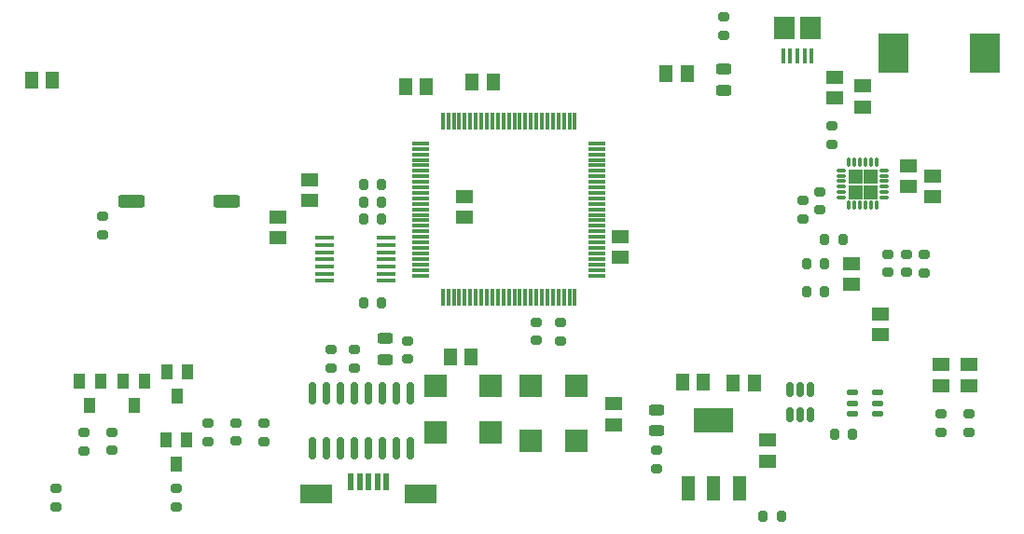
<source format=gbr>
%TF.GenerationSoftware,KiCad,Pcbnew,9.0.3*%
%TF.CreationDate,2025-12-03T20:13:16+05:30*%
%TF.ProjectId,cpm_vehicle_pcb,63706d5f-7665-4686-9963-6c655f706362,rev?*%
%TF.SameCoordinates,Original*%
%TF.FileFunction,Paste,Top*%
%TF.FilePolarity,Positive*%
%FSLAX46Y46*%
G04 Gerber Fmt 4.6, Leading zero omitted, Abs format (unit mm)*
G04 Created by KiCad (PCBNEW 9.0.3) date 2025-12-03 20:13:16*
%MOMM*%
%LPD*%
G01*
G04 APERTURE LIST*
G04 Aperture macros list*
%AMRoundRect*
0 Rectangle with rounded corners*
0 $1 Rounding radius*
0 $2 $3 $4 $5 $6 $7 $8 $9 X,Y pos of 4 corners*
0 Add a 4 corners polygon primitive as box body*
4,1,4,$2,$3,$4,$5,$6,$7,$8,$9,$2,$3,0*
0 Add four circle primitives for the rounded corners*
1,1,$1+$1,$2,$3*
1,1,$1+$1,$4,$5*
1,1,$1+$1,$6,$7*
1,1,$1+$1,$8,$9*
0 Add four rect primitives between the rounded corners*
20,1,$1+$1,$2,$3,$4,$5,0*
20,1,$1+$1,$4,$5,$6,$7,0*
20,1,$1+$1,$6,$7,$8,$9,0*
20,1,$1+$1,$8,$9,$2,$3,0*%
G04 Aperture macros list end*
%ADD10C,0.010000*%
%ADD11RoundRect,0.200000X-0.275000X0.200000X-0.275000X-0.200000X0.275000X-0.200000X0.275000X0.200000X0*%
%ADD12RoundRect,0.200000X0.200000X0.275000X-0.200000X0.275000X-0.200000X-0.275000X0.200000X-0.275000X0*%
%ADD13RoundRect,0.250000X-0.970000X-0.310000X0.970000X-0.310000X0.970000X0.310000X-0.970000X0.310000X0*%
%ADD14RoundRect,0.200000X0.275000X-0.200000X0.275000X0.200000X-0.275000X0.200000X-0.275000X-0.200000X0*%
%ADD15R,1.500000X1.300000*%
%ADD16R,1.000000X1.400000*%
%ADD17RoundRect,0.200000X-0.200000X-0.275000X0.200000X-0.275000X0.200000X0.275000X-0.200000X0.275000X0*%
%ADD18R,1.500000X0.350000*%
%ADD19R,0.350000X1.500000*%
%ADD20RoundRect,0.243750X0.456250X-0.243750X0.456250X0.243750X-0.456250X0.243750X-0.456250X-0.243750X0*%
%ADD21R,1.300000X1.500000*%
%ADD22RoundRect,0.243750X-0.456250X0.243750X-0.456250X-0.243750X0.456250X-0.243750X0.456250X0.243750X0*%
%ADD23R,0.400000X1.400000*%
%ADD24R,1.900000X2.000000*%
%ADD25R,2.000000X2.000000*%
%ADD26R,1.676400X0.355600*%
%ADD27R,1.219200X2.235200*%
%ADD28R,3.600000X2.200000*%
%ADD29RoundRect,0.150000X-0.150000X0.512500X-0.150000X-0.512500X0.150000X-0.512500X0.150000X0.512500X0*%
%ADD30R,0.500000X1.500000*%
%ADD31R,3.000000X1.800000*%
%ADD32RoundRect,0.032500X-0.377500X-0.097500X0.377500X-0.097500X0.377500X0.097500X-0.377500X0.097500X0*%
%ADD33RoundRect,0.032500X-0.097500X-0.377500X0.097500X-0.377500X0.097500X0.377500X-0.097500X0.377500X0*%
%ADD34RoundRect,0.150000X0.150000X-0.825000X0.150000X0.825000X-0.150000X0.825000X-0.150000X-0.825000X0*%
%ADD35R,2.700000X3.600000*%
%ADD36RoundRect,0.132500X-0.402500X0.132500X-0.402500X-0.132500X0.402500X-0.132500X0.402500X0.132500X0*%
G04 APERTURE END LIST*
D10*
%TO.C,U2*%
X173210000Y-59790000D02*
X172022000Y-59790000D01*
X172022000Y-58602000D01*
X173210000Y-58602000D01*
X173210000Y-59790000D01*
G36*
X173210000Y-59790000D02*
G01*
X172022000Y-59790000D01*
X172022000Y-58602000D01*
X173210000Y-58602000D01*
X173210000Y-59790000D01*
G37*
X173210000Y-61178000D02*
X172022000Y-61178000D01*
X172022000Y-59990000D01*
X173210000Y-59990000D01*
X173210000Y-61178000D01*
G36*
X173210000Y-61178000D02*
G01*
X172022000Y-61178000D01*
X172022000Y-59990000D01*
X173210000Y-59990000D01*
X173210000Y-61178000D01*
G37*
X174598000Y-59790000D02*
X173410000Y-59790000D01*
X173410000Y-58602000D01*
X174598000Y-58602000D01*
X174598000Y-59790000D01*
G36*
X174598000Y-59790000D02*
G01*
X173410000Y-59790000D01*
X173410000Y-58602000D01*
X174598000Y-58602000D01*
X174598000Y-59790000D01*
G37*
X174598000Y-61178000D02*
X173410000Y-61178000D01*
X173410000Y-59990000D01*
X174598000Y-59990000D01*
X174598000Y-61178000D01*
G36*
X174598000Y-61178000D02*
G01*
X173410000Y-61178000D01*
X173410000Y-59990000D01*
X174598000Y-59990000D01*
X174598000Y-61178000D01*
G37*
%TD*%
D11*
%TO.C,R2*%
X116450000Y-81610000D03*
X116450000Y-83260000D03*
%TD*%
D12*
%TO.C,R29*%
X171505000Y-64940000D03*
X169855000Y-64940000D03*
%TD*%
D13*
%TO.C,SW1*%
X106945000Y-61500000D03*
X115555000Y-61500000D03*
%TD*%
D11*
%TO.C,R3o1*%
X113910000Y-81630000D03*
X113910000Y-83280000D03*
%TD*%
D14*
%TO.C,R22*%
X177310000Y-67935000D03*
X177310000Y-66285000D03*
%TD*%
D15*
%TO.C,C9*%
X180440000Y-78210000D03*
X180440000Y-76310000D03*
%TD*%
%TO.C,C56*%
X137170000Y-61020000D03*
X137170000Y-62920000D03*
%TD*%
D16*
%TO.C,Q12*%
X104110000Y-77815000D03*
X102210000Y-77815000D03*
X103160000Y-80015000D03*
%TD*%
D11*
%TO.C,R4*%
X143720000Y-72445000D03*
X143720000Y-74095000D03*
%TD*%
D17*
%TO.C,R8*%
X164275000Y-90060000D03*
X165925000Y-90060000D03*
%TD*%
D14*
%TO.C,R26*%
X127170000Y-76595000D03*
X127170000Y-74945000D03*
%TD*%
%TO.C,R5*%
X167920000Y-63065000D03*
X167920000Y-61415000D03*
%TD*%
D15*
%TO.C,C55*%
X151330000Y-64680000D03*
X151330000Y-66580000D03*
%TD*%
D11*
%TO.C,R15*%
X111000000Y-87545000D03*
X111000000Y-89195000D03*
%TD*%
D18*
%TO.C,IC1*%
X133200000Y-56200000D03*
X133200000Y-56700000D03*
X133200000Y-57200000D03*
X133200000Y-57700000D03*
X133200000Y-58200000D03*
X133200000Y-58700000D03*
X133200000Y-59200000D03*
X133200000Y-59700000D03*
X133200000Y-60200000D03*
X133200000Y-60700000D03*
X133200000Y-61200000D03*
X133200000Y-61700000D03*
X133200000Y-62200000D03*
X133200000Y-62700000D03*
X133200000Y-63200000D03*
X133200000Y-63700000D03*
X133200000Y-64200000D03*
X133200000Y-64700000D03*
X133200000Y-65200000D03*
X133200000Y-65700000D03*
X133200000Y-66200000D03*
X133200000Y-66700000D03*
X133200000Y-67200000D03*
X133200000Y-67700000D03*
X133200000Y-68200000D03*
D19*
X135200000Y-70200000D03*
X135700000Y-70200000D03*
X136200000Y-70200000D03*
X136700000Y-70200000D03*
X137200000Y-70200000D03*
X137700000Y-70200000D03*
X138200000Y-70200000D03*
X138700000Y-70200000D03*
X139200000Y-70200000D03*
X139700000Y-70200000D03*
X140200000Y-70200000D03*
X140700000Y-70200000D03*
X141200000Y-70200000D03*
X141700000Y-70200000D03*
X142200000Y-70200000D03*
X142700000Y-70200000D03*
X143200000Y-70200000D03*
X143700000Y-70200000D03*
X144200000Y-70200000D03*
X144700000Y-70200000D03*
X145200000Y-70200000D03*
X145700000Y-70200000D03*
X146200000Y-70200000D03*
X146700000Y-70200000D03*
X147200000Y-70200000D03*
D18*
X149200000Y-68200000D03*
X149200000Y-67700000D03*
X149200000Y-67200000D03*
X149200000Y-66700000D03*
X149200000Y-66200000D03*
X149200000Y-65700000D03*
X149200000Y-65200000D03*
X149200000Y-64700000D03*
X149200000Y-64200000D03*
X149200000Y-63700000D03*
X149200000Y-63200000D03*
X149200000Y-62700000D03*
X149200000Y-62200000D03*
X149200000Y-61700000D03*
X149200000Y-61200000D03*
X149200000Y-60700000D03*
X149200000Y-60200000D03*
X149200000Y-59700000D03*
X149200000Y-59200000D03*
X149200000Y-58700000D03*
X149200000Y-58200000D03*
X149200000Y-57700000D03*
X149200000Y-57200000D03*
X149200000Y-56700000D03*
X149200000Y-56200000D03*
D19*
X147200000Y-54200000D03*
X146700000Y-54200000D03*
X146200000Y-54200000D03*
X145700000Y-54200000D03*
X145200000Y-54200000D03*
X144700000Y-54200000D03*
X144200000Y-54200000D03*
X143700000Y-54200000D03*
X143200000Y-54200000D03*
X142700000Y-54200000D03*
X142200000Y-54200000D03*
X141700000Y-54200000D03*
X141200000Y-54200000D03*
X140700000Y-54200000D03*
X140200000Y-54200000D03*
X139700000Y-54200000D03*
X139200000Y-54200000D03*
X138700000Y-54200000D03*
X138200000Y-54200000D03*
X137700000Y-54200000D03*
X137200000Y-54200000D03*
X136700000Y-54200000D03*
X136200000Y-54200000D03*
X135700000Y-54200000D03*
X135200000Y-54200000D03*
%TD*%
D15*
%TO.C,C61*%
X164720000Y-85080000D03*
X164720000Y-83180000D03*
%TD*%
D14*
%TO.C,R25*%
X182990000Y-82450000D03*
X182990000Y-80800000D03*
%TD*%
D16*
%TO.C,Q11*%
X111940000Y-83180000D03*
X110040000Y-83180000D03*
X110990000Y-85380000D03*
%TD*%
D11*
%TO.C,R7*%
X170520000Y-54645000D03*
X170520000Y-56295000D03*
%TD*%
D12*
%TO.C,R24*%
X172412500Y-82610000D03*
X170762500Y-82610000D03*
%TD*%
D20*
%TO.C,D2*%
X154630000Y-82335000D03*
X154630000Y-80460000D03*
%TD*%
D15*
%TO.C,C71*%
X150710000Y-79870000D03*
X150710000Y-81770000D03*
%TD*%
D11*
%TO.C,R9*%
X154630000Y-84095000D03*
X154630000Y-85745000D03*
%TD*%
D21*
%TO.C,C63*%
X161560000Y-77970000D03*
X163460000Y-77970000D03*
%TD*%
D14*
%TO.C,R23*%
X178930000Y-67945000D03*
X178930000Y-66295000D03*
%TD*%
D17*
%TO.C,R30*%
X168205000Y-69670000D03*
X169855000Y-69670000D03*
%TD*%
D12*
%TO.C,R13*%
X129635000Y-61530000D03*
X127985000Y-61530000D03*
%TD*%
D21*
%TO.C,C10*%
X135880000Y-75630000D03*
X137780000Y-75630000D03*
%TD*%
%TO.C,C31*%
X99770000Y-50470000D03*
X97870000Y-50470000D03*
%TD*%
D11*
%TO.C,R6*%
X169460000Y-60595000D03*
X169460000Y-62245000D03*
%TD*%
D21*
%TO.C,C51*%
X137860000Y-50660000D03*
X139760000Y-50660000D03*
%TD*%
D22*
%TO.C,D3*%
X130000000Y-73942500D03*
X130000000Y-75817500D03*
%TD*%
D15*
%TO.C,C5*%
X172280000Y-67140000D03*
X172280000Y-69040000D03*
%TD*%
D20*
%TO.C,D4*%
X160680000Y-51357500D03*
X160680000Y-49482500D03*
%TD*%
D23*
%TO.C,J4*%
X168700000Y-48260000D03*
X168050000Y-48260000D03*
X167400000Y-48260000D03*
X166750000Y-48260000D03*
X166100000Y-48260000D03*
D24*
X168600000Y-45710000D03*
X166200000Y-45710000D03*
%TD*%
D25*
%TO.C,QG1*%
X147370000Y-83250000D03*
X147370000Y-78250000D03*
X143170000Y-78250000D03*
X143170000Y-83250000D03*
%TD*%
D14*
%TO.C,R28*%
X180430000Y-82450000D03*
X180430000Y-80800000D03*
%TD*%
D12*
%TO.C,R12*%
X129635000Y-59930000D03*
X127985000Y-59930000D03*
%TD*%
D21*
%TO.C,C53*%
X157380000Y-49900000D03*
X155480000Y-49900000D03*
%TD*%
D16*
%TO.C,Q14*%
X112060000Y-76950000D03*
X110160000Y-76950000D03*
X111110000Y-79150000D03*
%TD*%
D15*
%TO.C,C1*%
X173310000Y-50980000D03*
X173310000Y-52880000D03*
%TD*%
%TO.C,C41*%
X120250000Y-64790000D03*
X120250000Y-62890000D03*
%TD*%
D26*
%TO.C,U3*%
X124430600Y-64800000D03*
X124430600Y-65450000D03*
X124430600Y-66100000D03*
X124430600Y-66750000D03*
X124430600Y-67400000D03*
X124430600Y-68050000D03*
X124430600Y-68700000D03*
X130069400Y-68700000D03*
X130069400Y-68050000D03*
X130069400Y-67400000D03*
X130069400Y-66750000D03*
X130069400Y-66100000D03*
X130069400Y-65450000D03*
X130069400Y-64800000D03*
%TD*%
D15*
%TO.C,C2*%
X177480000Y-60140000D03*
X177480000Y-58240000D03*
%TD*%
D14*
%TO.C,R10*%
X132010000Y-75815000D03*
X132010000Y-74165000D03*
%TD*%
D15*
%TO.C,C11*%
X182980000Y-78200000D03*
X182980000Y-76300000D03*
%TD*%
D21*
%TO.C,C54*%
X133710000Y-51070000D03*
X131810000Y-51070000D03*
%TD*%
D11*
%TO.C,R17*%
X102592500Y-82500000D03*
X102592500Y-84150000D03*
%TD*%
D27*
%TO.C,P1*%
X157488600Y-87568800D03*
X159800000Y-87568800D03*
X162111400Y-87568800D03*
D28*
X159800000Y-81371000D03*
%TD*%
D11*
%TO.C,R18*%
X105140000Y-82445000D03*
X105140000Y-84095000D03*
%TD*%
D25*
%TO.C,QG2*%
X139560000Y-78270000D03*
X134560000Y-78270000D03*
X134560000Y-82470000D03*
X139560000Y-82470000D03*
%TD*%
D11*
%TO.C,R19*%
X175650000Y-66280000D03*
X175650000Y-67930000D03*
%TD*%
D29*
%TO.C,Q3*%
X168605000Y-78552500D03*
X167655000Y-78552500D03*
X166705000Y-78552500D03*
X166705000Y-80827500D03*
X167655000Y-80827500D03*
X168605000Y-80827500D03*
%TD*%
D14*
%TO.C,R27*%
X125050000Y-76595000D03*
X125050000Y-74945000D03*
%TD*%
D12*
%TO.C,R11*%
X129635000Y-70680000D03*
X127985000Y-70680000D03*
%TD*%
D15*
%TO.C,C42*%
X123100000Y-61420000D03*
X123100000Y-59520000D03*
%TD*%
D16*
%TO.C,Q13*%
X108120000Y-77840000D03*
X106220000Y-77840000D03*
X107170000Y-80040000D03*
%TD*%
D11*
%TO.C,R1*%
X118990000Y-81655000D03*
X118990000Y-83305000D03*
%TD*%
D15*
%TO.C,C12*%
X174940000Y-73610000D03*
X174940000Y-71710000D03*
%TD*%
D11*
%TO.C,R3*%
X145930000Y-72485000D03*
X145930000Y-74135000D03*
%TD*%
D30*
%TO.C,J5*%
X130062500Y-86925000D03*
X129262500Y-86925000D03*
X128462500Y-86925000D03*
X127662500Y-86925000D03*
X126862500Y-86925000D03*
D31*
X133212500Y-88075000D03*
X123712500Y-88075000D03*
%TD*%
D11*
%TO.C,R20*%
X160680000Y-44705000D03*
X160680000Y-46355000D03*
%TD*%
D32*
%TO.C,U2*%
X171365000Y-58640000D03*
X171365000Y-59140000D03*
X171365000Y-59640000D03*
X171365000Y-60140000D03*
X171365000Y-60640000D03*
X171365000Y-61140000D03*
D33*
X172060000Y-61835000D03*
X172560000Y-61835000D03*
X173060000Y-61835000D03*
X173560000Y-61835000D03*
X174060000Y-61835000D03*
X174560000Y-61835000D03*
D32*
X175255000Y-61140000D03*
X175255000Y-60640000D03*
X175255000Y-60140000D03*
X175255000Y-59640000D03*
X175255000Y-59140000D03*
X175255000Y-58640000D03*
D33*
X174560000Y-57945000D03*
X174060000Y-57945000D03*
X173560000Y-57945000D03*
X173060000Y-57945000D03*
X172560000Y-57945000D03*
X172060000Y-57945000D03*
%TD*%
D12*
%TO.C,R31*%
X169865000Y-67150000D03*
X168215000Y-67150000D03*
%TD*%
D11*
%TO.C,R16*%
X100110000Y-87565000D03*
X100110000Y-89215000D03*
%TD*%
D21*
%TO.C,C62*%
X158880000Y-77930000D03*
X156980000Y-77930000D03*
%TD*%
D12*
%TO.C,R14*%
X129655000Y-63110000D03*
X128005000Y-63110000D03*
%TD*%
D15*
%TO.C,C6*%
X170810000Y-50190000D03*
X170810000Y-52090000D03*
%TD*%
D34*
%TO.C,U7*%
X123402500Y-83875000D03*
X124672500Y-83875000D03*
X125942500Y-83875000D03*
X127212500Y-83875000D03*
X128482500Y-83875000D03*
X129752500Y-83875000D03*
X131022500Y-83875000D03*
X132292500Y-83875000D03*
X132292500Y-78925000D03*
X131022500Y-78925000D03*
X129752500Y-78925000D03*
X128482500Y-78925000D03*
X127212500Y-78925000D03*
X125942500Y-78925000D03*
X124672500Y-78925000D03*
X123402500Y-78925000D03*
%TD*%
D35*
%TO.C,L2*%
X176140000Y-48000000D03*
X184440000Y-48000000D03*
%TD*%
D15*
%TO.C,C8*%
X179630000Y-61040000D03*
X179630000Y-59140000D03*
%TD*%
D11*
%TO.C,R21*%
X104320000Y-62830000D03*
X104320000Y-64480000D03*
%TD*%
D36*
%TO.C,U8*%
X172410000Y-78850000D03*
X172410000Y-79800000D03*
X172410000Y-80750000D03*
X174710000Y-80750000D03*
X174710000Y-79800000D03*
X174710000Y-78850000D03*
%TD*%
M02*

</source>
